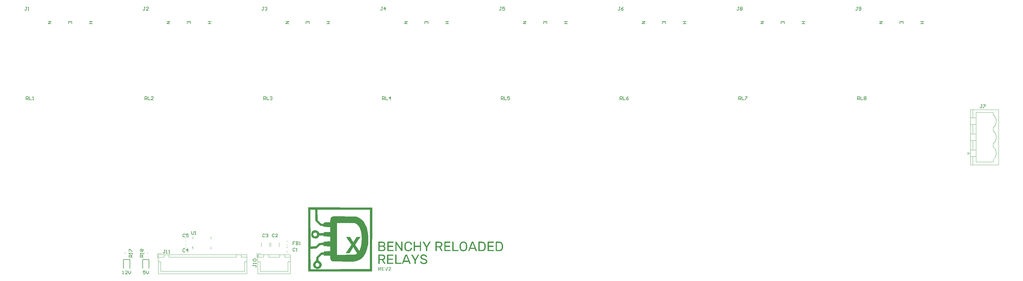
<source format=gto>
%FSLAX23Y23*%
%MOIN*%
%SFA1B1*%

%IPPOS*%
%ADD10C,0.004720*%
%ADD11C,0.006000*%
%ADD12C,0.007090*%
%ADD13C,0.007870*%
%LNbenchy-relays-pcb-1*%
%LPD*%
G36*
X4886Y1028D02*
X4885Y242D01*
X4099Y243*
Y985*
Y988*
X4101Y1029*
X4886Y1028*
G37*
G36*
X5077Y298D02*
X5077Y298D01*
X5077Y298*
X5077Y297*
X5077Y297*
X5078Y297*
X5078Y296*
Y296*
Y296*
X5078Y296*
X5077Y296*
X5063Y254*
Y254*
X5063Y254*
X5063Y254*
X5063Y253*
X5062Y253*
X5062Y252*
X5062*
X5062Y252*
X5062Y252*
X5061Y252*
X5061Y252*
X5061Y252*
X5060Y252*
X5060Y252*
X5057*
X5057Y252*
X5056Y252*
X5056Y252*
X5055Y252*
X5054Y253*
X5054Y253*
X5054Y254*
X5054Y254*
X5039Y296*
Y296*
X5039Y296*
X5039Y296*
X5039Y296*
Y297*
Y297*
X5039Y297*
X5039Y297*
X5039Y298*
X5039Y298*
X5040Y298*
X5040Y298*
X5040Y298*
X5043*
X5044Y298*
X5044Y298*
X5044Y298*
X5045Y297*
X5045Y297*
X5045Y296*
X5058Y258*
X5071Y296*
X5071Y296*
X5071Y297*
X5071Y297*
X5072Y297*
X5072Y297*
X5072Y298*
X5073Y298*
X5074Y298*
X5076*
X5077Y298*
G37*
G36*
X5100Y299D02*
X5101D01*
X5101Y299*
X5101Y298*
X5102Y298*
X5103Y298*
X5105Y298*
X5106Y297*
X5107Y297*
X5107*
X5108Y297*
X5108Y297*
X5108Y296*
X5108Y296*
X5109Y295*
X5110Y295*
X5111Y294*
X5112Y293*
X5112Y292*
Y292*
X5112Y291*
X5113Y291*
X5113Y291*
X5113Y291*
X5113Y290*
X5113Y290*
X5114Y288*
X5114Y287*
X5114Y286*
X5114Y284*
Y284*
Y284*
Y284*
Y284*
X5114Y283*
Y283*
X5114Y282*
X5114Y281*
X5114Y280*
X5113Y278*
X5113Y277*
Y277*
X5113Y277*
X5113Y277*
X5112Y277*
X5112Y276*
X5112Y275*
X5111Y275*
X5110Y274*
X5109Y272*
X5108Y271*
X5093Y258*
X5113*
X5114Y257*
X5114Y257*
X5115Y257*
X5115Y257*
X5115Y257*
X5115Y256*
X5115Y256*
Y253*
Y253*
Y253*
X5115Y253*
X5115Y252*
X5115Y252*
X5114Y252*
X5114Y252*
X5114Y252*
X5113Y252*
X5085*
X5084Y252*
X5084Y252*
X5083Y252*
X5083Y252*
X5083Y252*
X5083Y253*
X5083Y253*
Y256*
Y256*
Y256*
X5083Y256*
X5083Y257*
X5083Y257*
X5083Y257*
X5084Y257*
X5084Y258*
X5084Y258*
X5104Y276*
X5104Y276*
X5104Y276*
X5105Y277*
X5105Y277*
X5106Y278*
X5106Y278*
X5107Y279*
X5107Y280*
X5107Y280*
X5107Y280*
X5107Y281*
X5107Y281*
X5108Y282*
X5108Y283*
X5108Y283*
X5108Y284*
Y284*
Y285*
Y285*
X5108Y285*
Y285*
X5108Y286*
X5108Y287*
X5107Y288*
X5107Y289*
X5106Y290*
X5106Y290*
X5106Y290*
X5105Y291*
X5105Y291*
X5104Y292*
X5103Y292*
X5102Y292*
X5101Y293*
X5099Y293*
X5099*
X5099Y293*
X5098*
X5098Y293*
X5097Y292*
X5096Y292*
X5095Y292*
X5094Y291*
X5093Y290*
X5093Y290*
X5093Y290*
X5092Y290*
X5092Y289*
X5091Y288*
X5091Y287*
X5090Y286*
X5090Y284*
Y284*
X5090Y284*
X5090Y284*
X5090Y284*
X5089Y283*
X5089Y283*
X5089Y283*
X5089Y283*
X5088Y283*
X5085*
X5085Y283*
X5084Y283*
X5084Y283*
X5084Y283*
X5084Y284*
X5084Y284*
X5084Y284*
Y284*
Y285*
Y285*
X5084Y285*
X5084Y285*
X5084Y286*
X5084Y287*
X5084Y287*
X5085Y289*
X5085Y290*
X5086Y291*
Y291*
X5086Y291*
X5086Y291*
X5086Y292*
X5086Y292*
X5087Y293*
X5088Y294*
X5089Y295*
X5090Y296*
X5091Y296*
X5091*
X5091Y297*
X5091Y297*
X5092Y297*
X5092Y297*
X5092Y297*
X5093Y297*
X5093Y298*
X5094Y298*
X5095Y298*
X5096Y298*
X5098Y299*
X5099Y299*
X5100*
X5100Y299*
G37*
G36*
X5032Y298D02*
X5032Y298D01*
X5033Y298*
X5033Y297*
X5033Y297*
X5033Y297*
X5033Y296*
Y296*
Y296*
Y294*
X5033Y293*
X5033Y293*
X5033Y293*
X5033Y293*
X5032Y292*
X5032Y292*
X5031Y292*
X5010*
Y278*
X5030*
X5030Y278*
X5031Y278*
X5031Y278*
X5031Y277*
X5031Y277*
X5032Y277*
X5032Y276*
Y276*
Y276*
Y274*
X5032Y273*
X5031Y273*
X5031Y273*
X5031Y273*
X5031Y272*
X5030Y272*
X5030Y272*
X5010*
Y258*
X5032*
X5032Y257*
X5033Y257*
X5033Y257*
X5033Y257*
X5033Y257*
X5034Y256*
X5034Y256*
Y256*
Y256*
Y253*
X5034Y253*
X5033Y252*
X5033Y252*
X5033Y252*
X5033Y252*
X5032Y252*
X5032Y252*
X5005*
X5005Y252*
X5004Y252*
X5004Y252*
X5004Y252*
X5004Y252*
X5003Y253*
X5003Y253*
Y253*
Y253*
Y296*
X5003Y297*
X5004Y297*
X5004Y297*
X5004Y297*
X5004Y298*
X5005Y298*
X5005Y298*
X5031*
X5032Y298*
G37*
G36*
X4979Y298D02*
X4980Y298D01*
X4980Y298*
X4981Y298*
X4982Y298*
X4984Y297*
X4985Y297*
X4986Y296*
X4987Y296*
X4988Y296*
X4989Y295*
X4989Y295*
X4990Y294*
X4990Y294*
X4990Y294*
X4990Y294*
X4990Y294*
X4991Y293*
X4991Y293*
X4992Y292*
X4992Y291*
X4993Y291*
X4993Y290*
X4993Y289*
X4994Y288*
X4994Y287*
X4994Y286*
X4994Y284*
Y284*
Y284*
Y284*
X4994Y283*
Y283*
X4994Y282*
X4994Y282*
X4994Y281*
X4993Y280*
X4993Y279*
X4992Y277*
X4992Y276*
X4991Y276*
X4991Y276*
X4991Y276*
X4991Y275*
X4991Y275*
X4991Y275*
X4990Y275*
X4990Y274*
X4989Y273*
X4987Y272*
X4986Y272*
X4984Y271*
X4994Y254*
X4994Y254*
X4995Y253*
X4995Y253*
X4995Y253*
Y253*
X4995Y253*
X4994Y252*
X4994Y252*
X4994Y252*
X4994Y252*
X4994Y252*
X4993Y252*
X4990*
X4990Y252*
X4990Y252*
X4989Y252*
X4989Y252*
X4988Y252*
X4988Y253*
X4987Y253*
X4978Y270*
X4966*
Y253*
Y253*
Y253*
X4966Y253*
X4966Y252*
X4966Y252*
X4966Y252*
X4966Y252*
X4965Y252*
X4965Y252*
X4962*
X4962Y252*
X4961Y252*
X4961Y252*
X4961Y252*
X4960Y252*
X4960Y253*
X4960Y253*
Y296*
Y296*
Y296*
X4960Y297*
X4960Y297*
X4961Y297*
X4961Y298*
X4961Y298*
X4961Y298*
X4962Y298*
X4979*
X4979Y298*
G37*
G36*
X5518Y453D02*
X5519D01*
X5520Y453*
X5522Y453*
X5523Y452*
X5527Y452*
X5531Y451*
X5534Y450*
X5538Y448*
X5538*
X5539Y448*
X5539Y447*
X5540Y447*
X5540Y447*
X5541Y446*
X5543Y445*
X5546Y443*
X5548Y441*
X5551Y439*
X5553Y436*
Y436*
X5553Y436*
X5553Y435*
X5553Y435*
X5554Y433*
X5555Y432*
X5556Y430*
X5557Y428*
X5558Y425*
X5558Y423*
Y423*
X5558Y422*
X5558Y421*
X5557Y420*
X5557Y420*
X5556Y420*
X5556Y419*
X5555Y419*
X5547*
X5547Y419*
X5546Y420*
X5545Y420*
X5545Y420*
X5544Y421*
X5543Y422*
X5543Y422*
X5543Y423*
X5542Y423*
X5542Y424*
X5541Y425*
X5540Y426*
X5539Y428*
X5538Y429*
X5536Y431*
X5533Y433*
X5533*
X5533Y433*
X5533Y433*
X5532Y434*
X5531Y434*
X5531Y435*
X5529Y436*
X5526Y436*
X5523Y437*
X5520Y438*
X5516Y438*
X5514*
X5513Y438*
X5512Y438*
X5510Y437*
X5507Y437*
X5505Y436*
X5502Y435*
X5499Y434*
X5499*
X5499Y433*
X5498Y433*
X5497Y432*
X5496Y430*
X5494Y428*
X5493Y426*
X5492Y424*
X5492Y422*
X5492Y421*
Y420*
Y420*
X5492Y419*
X5493Y417*
X5493Y416*
X5494Y414*
X5494Y413*
X5496Y412*
X5496Y411*
X5496Y411*
X5497Y410*
X5498Y409*
X5500Y409*
X5501Y407*
X5503Y406*
X5506Y405*
X5506*
X5506Y405*
X5507Y405*
X5507Y405*
X5508Y405*
X5509Y404*
X5510Y404*
X5511Y404*
X5512Y403*
X5514Y403*
X5516Y402*
X5518Y402*
X5520Y401*
X5522Y400*
X5524Y400*
X5527Y399*
X5527*
X5528Y399*
X5529Y399*
X5530Y398*
X5531Y398*
X5533Y397*
X5535Y396*
X5537Y396*
X5542Y394*
X5546Y392*
X5548Y391*
X5550Y390*
X5552Y388*
X5554Y387*
X5554Y387*
X5554Y387*
X5554Y386*
X5555Y386*
X5555Y385*
X5556Y384*
X5557Y383*
X5558Y382*
X5558Y380*
X5559Y379*
X5560Y377*
X5560Y376*
X5561Y374*
X5561Y372*
X5561Y370*
X5561Y367*
Y367*
Y367*
Y366*
X5561Y366*
Y365*
X5561Y364*
X5561Y361*
X5560Y358*
X5559Y356*
X5558Y353*
X5556Y350*
Y349*
X5556Y349*
X5555Y349*
X5555Y348*
X5554Y347*
X5552Y345*
X5550Y343*
X5547Y341*
X5544Y339*
X5540Y338*
X5540*
X5540Y338*
X5539Y337*
X5538Y337*
X5537Y337*
X5536Y336*
X5535Y336*
X5533Y336*
X5532Y335*
X5530Y335*
X5526Y334*
X5522Y334*
X5517Y333*
X5516*
X5515Y334*
X5514*
X5512Y334*
X5511Y334*
X5509Y334*
X5506Y335*
X5502Y335*
X5498Y336*
X5494Y338*
X5494*
X5494Y338*
X5493Y339*
X5493Y339*
X5492Y339*
X5491Y340*
X5489Y341*
X5486Y343*
X5483Y345*
X5481Y347*
X5478Y350*
Y350*
X5478Y350*
X5478Y351*
X5477Y351*
X5477Y353*
X5475Y354*
X5474Y357*
X5473Y359*
X5473Y362*
X5472Y364*
Y364*
Y364*
X5472Y365*
X5473Y366*
X5473Y367*
X5473Y367*
X5474Y367*
X5475Y368*
X5476Y368*
X5483*
X5484Y368*
X5485Y368*
X5486Y367*
X5486Y367*
X5486Y367*
X5487Y366*
X5488Y365*
X5488Y364*
X5488Y364*
X5488Y363*
X5489Y362*
X5490Y361*
X5491Y359*
X5493Y357*
X5495Y355*
X5498Y353*
X5498*
X5498Y353*
X5498Y353*
X5499Y352*
X5500Y352*
X5501Y352*
X5502Y351*
X5503Y351*
X5504Y350*
X5505Y350*
X5509Y349*
X5513Y349*
X5517Y348*
X5518*
X5519Y349*
X5520*
X5521Y349*
X5522Y349*
X5524Y349*
X5527Y350*
X5531Y351*
X5534Y352*
X5537Y354*
X5537*
X5538Y354*
X5538Y354*
X5539Y355*
X5540Y356*
X5542Y357*
X5543Y359*
X5544Y361*
X5545Y363*
X5545Y364*
X5546Y366*
X5546Y367*
Y368*
Y368*
X5545Y369*
X5545Y370*
X5545Y372*
X5544Y373*
X5543Y375*
X5541Y376*
X5541Y377*
X5540Y377*
X5539Y378*
X5538Y379*
X5536Y380*
X5534Y381*
X5532Y382*
X5529Y383*
X5529*
X5529Y383*
X5528Y383*
X5528Y383*
X5527Y383*
X5526Y384*
X5525Y384*
X5524Y385*
X5522Y385*
X5520Y386*
X5519Y386*
X5517Y387*
X5514Y387*
X5512Y388*
X5510Y389*
X5507Y389*
X5507*
X5506Y389*
X5505Y390*
X5504Y390*
X5503Y390*
X5501Y391*
X5500Y392*
X5498Y392*
X5494Y394*
X5490Y396*
X5487Y398*
X5485Y400*
X5484Y401*
X5483Y401*
X5483Y402*
X5483Y402*
X5482Y403*
X5482Y403*
X5481Y404*
X5481Y405*
X5480Y407*
X5479Y409*
X5478Y413*
X5477Y416*
X5477Y418*
X5476Y421*
Y421*
Y421*
Y422*
X5477Y422*
Y423*
X5477Y424*
X5477Y426*
X5478Y428*
X5478Y431*
X5479Y434*
X5481Y437*
Y437*
X5481Y437*
X5482Y437*
X5482Y438*
X5483Y439*
X5484Y441*
X5486Y443*
X5488Y445*
X5491Y447*
X5494Y448*
X5494*
X5495Y449*
X5495Y449*
X5496Y449*
X5497Y450*
X5498Y450*
X5499Y450*
X5501Y451*
X5502Y451*
X5504Y452*
X5507Y452*
X5511Y453*
X5516Y453*
X5517*
X5518Y453*
G37*
G36*
X5458Y451D02*
X5459Y451D01*
X5460Y450*
X5460Y450*
X5460Y450*
X5461Y449*
X5461Y448*
Y447*
X5461Y447*
X5461Y446*
X5460Y445*
X5421Y378*
Y339*
Y339*
Y339*
X5420Y338*
X5420Y337*
X5419Y336*
X5419Y336*
X5418Y336*
X5417Y335*
X5416Y335*
X5409*
X5408Y335*
X5407Y336*
X5406Y336*
X5406Y337*
X5405Y337*
X5405Y338*
X5405Y339*
Y378*
X5365Y445*
Y445*
X5365Y446*
X5365Y446*
X5364Y447*
X5364Y448*
Y448*
Y448*
X5364Y449*
X5365Y449*
X5365Y450*
X5365Y450*
X5366Y451*
X5367Y451*
X5368Y451*
X5376*
X5377Y451*
X5378Y451*
X5379Y451*
X5379Y450*
X5380Y450*
X5380Y449*
X5381Y448*
X5382Y447*
X5413Y394*
X5443Y447*
Y447*
X5444Y447*
X5444Y448*
X5445Y449*
X5446Y450*
X5446Y450*
X5446Y451*
X5447Y451*
X5447Y451*
X5448Y451*
X5449Y451*
X5458*
X5458Y451*
G37*
G36*
X5309D02*
X5310Y451D01*
X5311Y451*
X5312Y450*
X5313Y449*
X5314Y448*
X5315Y446*
X5356Y341*
X5356Y341*
X5356Y340*
X5356Y339*
X5356Y339*
Y338*
X5356Y338*
X5356Y337*
X5355Y336*
X5355Y336*
X5355Y336*
X5354Y335*
X5353Y335*
X5346*
X5346Y335*
X5345Y335*
X5344Y336*
X5343Y336*
X5342Y337*
X5341Y338*
X5340Y339*
X5332Y361*
X5274*
X5265Y339*
X5265Y339*
X5265Y339*
X5265Y338*
X5264Y337*
X5263Y336*
X5262Y336*
X5260Y335*
X5259Y335*
X5252*
X5252Y335*
X5251Y336*
X5250Y336*
X5250Y336*
X5250Y337*
X5249Y338*
X5249Y339*
Y339*
X5249Y339*
X5249Y340*
X5250Y341*
X5290Y446*
X5290Y446*
X5291Y447*
X5291Y448*
X5292Y449*
X5293Y450*
X5294Y450*
X5296Y451*
X5298Y451*
X5308*
X5309Y451*
G37*
G36*
X5179D02*
X5180Y451D01*
X5181Y450*
X5181Y450*
X5182Y449*
X5182Y448*
X5182Y447*
Y350*
X5239*
X5240Y350*
X5241Y349*
X5242Y349*
X5242Y348*
X5242Y348*
X5243Y347*
X5243Y345*
Y339*
Y339*
Y339*
X5243Y338*
X5243Y337*
X5242Y336*
X5241Y336*
X5241Y336*
X5240Y335*
X5239Y335*
X5171*
X5170Y335*
X5169Y336*
X5168Y336*
X5168Y337*
X5167Y337*
X5167Y338*
X5167Y339*
Y447*
Y447*
Y447*
X5167Y448*
X5167Y449*
X5168Y450*
X5168Y450*
X5169Y451*
X5170Y451*
X5171Y451*
X5178*
X5179Y451*
G37*
G36*
X5140Y451D02*
X5141Y451D01*
X5141Y450*
X5142Y450*
X5142Y449*
X5143Y448*
X5143Y447*
Y447*
Y447*
Y441*
X5143Y440*
X5142Y439*
X5142Y438*
X5142Y438*
X5141Y437*
X5140Y437*
X5139Y436*
X5084*
Y401*
X5135*
X5136Y401*
X5137Y401*
X5138Y400*
X5138Y400*
X5139Y399*
X5139Y398*
X5139Y397*
Y397*
Y397*
Y391*
X5139Y390*
X5139Y389*
X5138Y388*
X5138Y388*
X5137Y387*
X5136Y387*
X5135Y386*
X5084*
Y350*
X5140*
X5141Y350*
X5142Y349*
X5143Y349*
X5143Y349*
X5144Y348*
X5144Y347*
X5144Y346*
Y346*
Y345*
Y339*
X5144Y338*
X5144Y337*
X5143Y337*
X5143Y336*
X5142Y336*
X5141Y335*
X5140Y335*
X5073*
X5071Y335*
X5070Y336*
X5070Y336*
X5069Y336*
X5069Y337*
X5068Y338*
X5068Y339*
Y339*
Y339*
Y447*
X5068Y448*
X5069Y449*
X5069Y450*
X5069Y450*
X5071Y451*
X5072Y451*
X5073Y451*
X5139*
X5140Y451*
G37*
G36*
X5008Y451D02*
X5009Y451D01*
X5011Y451*
X5013Y451*
X5015Y450*
X5019Y449*
X5022Y449*
X5024Y448*
X5027Y447*
X5029Y446*
X5031Y444*
X5034Y443*
X5034Y443*
X5034Y442*
X5035Y442*
X5035Y441*
X5036Y440*
X5037Y439*
X5038Y438*
X5039Y436*
X5040Y435*
X5041Y433*
X5042Y431*
X5043Y428*
X5044Y426*
X5044Y423*
X5045Y420*
X5045Y417*
Y417*
Y416*
Y416*
X5045Y415*
Y414*
X5045Y412*
X5044Y411*
X5044Y409*
X5043Y406*
X5042Y403*
X5041Y399*
X5039Y397*
X5038Y396*
X5038Y396*
X5038Y395*
X5038Y395*
X5037Y394*
X5037Y394*
X5036Y393*
X5034Y391*
X5031Y389*
X5028Y387*
X5025Y386*
X5021Y384*
X5046Y341*
X5046Y340*
X5046Y340*
X5046Y339*
X5047Y339*
Y338*
X5046Y338*
X5046Y337*
X5045Y336*
X5045Y336*
X5045Y336*
X5044Y335*
X5043Y335*
X5036*
X5035Y335*
X5034Y335*
X5033Y336*
X5032Y336*
X5031Y337*
X5030Y338*
X5029Y339*
X5004Y382*
X4976*
Y339*
Y339*
Y339*
X4976Y338*
X4975Y337*
X4974Y336*
X4974Y336*
X4974Y336*
X4973Y335*
X4971Y335*
X4964*
X4964Y335*
X4962Y336*
X4961Y336*
X4961Y337*
X4961Y337*
X4960Y338*
X4960Y339*
Y447*
Y447*
Y447*
X4960Y448*
X4961Y449*
X4961Y450*
X4962Y450*
X4962Y451*
X4963Y451*
X4965Y451*
X5006*
X5008Y451*
G37*
G36*
X5330Y610D02*
X5331D01*
X5333Y610*
X5334Y610*
X5336Y610*
X5340Y609*
X5344Y608*
X5349Y606*
X5351Y606*
X5353Y604*
X5353*
X5353Y604*
X5354Y604*
X5355Y603*
X5355Y603*
X5356Y602*
X5359Y600*
X5361Y598*
X5364Y596*
X5366Y593*
X5368Y590*
Y590*
X5368Y589*
X5369Y589*
X5369Y588*
X5369Y587*
X5370Y587*
X5371Y584*
X5372Y582*
X5373Y579*
X5373Y576*
X5374Y573*
Y573*
X5373Y572*
X5373Y571*
X5372Y570*
X5372Y570*
X5372Y570*
X5371Y569*
X5370Y569*
X5362*
X5361Y569*
X5361Y570*
X5359Y570*
X5359Y570*
X5359Y571*
X5358Y572*
X5358Y573*
Y573*
X5358Y573*
X5358Y574*
X5358Y575*
X5357Y575*
X5357Y576*
X5356Y579*
X5355Y581*
X5353Y584*
X5351Y587*
X5349Y589*
X5349Y589*
X5348Y589*
X5348Y590*
X5347Y590*
X5347Y591*
X5346Y591*
X5345Y592*
X5343Y592*
X5342Y593*
X5340Y593*
X5339Y594*
X5337Y595*
X5334Y595*
X5332Y595*
X5330Y596*
X5326*
X5325Y595*
X5323Y595*
X5322Y595*
X5320Y595*
X5319Y594*
X5315Y593*
X5313Y593*
X5311Y592*
X5310Y591*
X5308Y590*
X5306Y589*
X5304Y587*
X5304Y587*
X5304Y587*
X5304Y586*
X5303Y586*
X5303Y585*
X5302Y584*
X5301Y583*
X5300Y581*
X5300Y580*
X5299Y578*
X5298Y576*
X5298Y574*
X5297Y572*
X5297Y570*
X5296Y567*
X5296Y565*
Y564*
Y564*
Y563*
Y561*
X5296Y559*
Y557*
Y554*
Y551*
Y551*
Y550*
Y550*
Y549*
Y548*
Y546*
Y543*
Y541*
X5296Y539*
Y537*
Y537*
Y536*
X5296Y535*
Y534*
X5296Y533*
X5297Y532*
X5297Y530*
X5297Y529*
X5298Y525*
X5299Y523*
X5300Y521*
X5301Y519*
X5302Y518*
X5303Y516*
X5304Y514*
X5305Y514*
X5305Y514*
X5305Y513*
X5306Y513*
X5307Y512*
X5308Y512*
X5309Y511*
X5310Y510*
X5312Y509*
X5314Y508*
X5315Y508*
X5317Y507*
X5320Y507*
X5322Y506*
X5324Y506*
X5327Y506*
X5328*
X5329Y506*
X5331*
X5332Y506*
X5334Y506*
X5335Y507*
X5339Y507*
X5342Y508*
X5346Y510*
X5347Y511*
X5349Y512*
X5349Y512*
X5349Y512*
X5349Y513*
X5350Y513*
X5351Y515*
X5352Y517*
X5354Y519*
X5355Y522*
X5357Y525*
X5358Y528*
Y529*
Y529*
X5358Y529*
X5359Y530*
X5359Y531*
X5360Y531*
X5360Y532*
X5361Y532*
X5362Y532*
X5370*
X5371Y532*
X5372Y532*
X5372Y531*
X5373Y531*
X5373Y530*
X5373Y529*
X5374Y528*
Y528*
Y528*
Y528*
X5373Y527*
X5373Y526*
X5373Y525*
X5373Y523*
X5372Y521*
X5371Y518*
X5370Y515*
X5368Y511*
Y511*
X5368Y511*
X5368Y511*
X5367Y510*
X5366Y508*
X5364Y506*
X5362Y504*
X5360Y502*
X5357Y499*
X5353Y497*
X5353*
X5352Y497*
X5352Y496*
X5351Y496*
X5350Y495*
X5349Y495*
X5347Y495*
X5346Y494*
X5344Y493*
X5342Y493*
X5340Y492*
X5338Y492*
X5335Y491*
X5333Y491*
X5330Y491*
X5327Y491*
X5326*
X5325Y491*
X5323*
X5322Y491*
X5320Y491*
X5319Y492*
X5315Y492*
X5311Y493*
X5307Y495*
X5303Y497*
X5302Y497*
X5302Y497*
X5302Y497*
X5301Y498*
X5300Y498*
X5299Y499*
X5297Y501*
X5294Y503*
X5291Y506*
X5289Y509*
X5286Y513*
Y513*
X5286Y513*
X5286Y514*
X5285Y514*
X5285Y515*
X5285Y517*
X5284Y518*
X5284Y519*
X5283Y521*
X5282Y523*
X5281Y527*
X5281Y531*
X5280Y536*
Y536*
Y537*
Y538*
Y540*
X5280Y542*
Y544*
Y547*
Y551*
Y551*
Y551*
Y552*
Y552*
Y553*
Y554*
Y556*
Y559*
Y561*
X5280Y563*
Y565*
Y566*
Y566*
X5280Y567*
Y568*
X5280Y569*
X5281Y570*
X5281Y572*
X5281Y573*
X5282Y577*
X5283Y581*
X5285Y585*
X5286Y589*
X5287Y589*
X5287Y589*
X5287Y590*
X5288Y590*
X5288Y591*
X5289Y592*
X5291Y594*
X5293Y597*
X5296Y600*
X5299Y602*
X5303Y605*
X5303Y605*
X5303Y605*
X5304Y605*
X5304Y606*
X5305Y606*
X5307Y606*
X5308Y607*
X5310Y608*
X5311Y608*
X5313Y609*
X5315Y609*
X5317Y609*
X5322Y610*
X5324Y610*
X5329*
X5330Y610*
G37*
G36*
X5482Y609D02*
X5483Y608D01*
X5484Y607*
X5484Y607*
X5485Y607*
X5485Y606*
X5485Y604*
Y497*
Y497*
Y497*
X5485Y496*
X5485Y495*
X5484Y494*
X5484Y494*
X5483Y493*
X5482Y493*
X5481Y493*
X5474*
X5473Y493*
X5472Y493*
X5471Y494*
X5471Y494*
X5470Y495*
X5470Y496*
X5470Y497*
Y544*
X5411*
Y497*
Y497*
Y497*
X5411Y496*
X5411Y495*
X5410Y494*
X5409Y494*
X5409Y493*
X5408Y493*
X5407Y493*
X5400*
X5399Y493*
X5398Y493*
X5397Y494*
X5396Y494*
X5396Y495*
X5396Y496*
X5395Y497*
Y604*
Y604*
Y605*
X5396Y605*
X5396Y606*
X5397Y607*
X5397Y608*
X5398Y608*
X5399Y609*
X5400Y609*
X5407*
X5408Y609*
X5409Y608*
X5410Y607*
X5410Y607*
X5410Y607*
X5411Y606*
X5411Y604*
Y559*
X5470*
Y604*
Y604*
Y605*
X5470Y605*
X5470Y606*
X5471Y607*
X5471Y608*
X5472Y608*
X5473Y609*
X5474Y609*
X5481*
X5482Y609*
G37*
G36*
X5599D02*
X5600Y608D01*
X5600Y608*
X5601Y608*
X5601Y607*
X5601Y606*
X5602Y605*
Y605*
X5601Y605*
X5601Y604*
X5601Y603*
X5561Y536*
Y497*
Y497*
Y497*
X5561Y496*
X5561Y495*
X5560Y494*
X5559Y494*
X5559Y493*
X5558Y493*
X5557Y493*
X5549*
X5549Y493*
X5548Y493*
X5547Y494*
X5546Y494*
X5546Y495*
X5545Y496*
X5545Y497*
Y536*
X5506Y603*
Y603*
X5505Y603*
X5505Y604*
X5505Y604*
X5505Y605*
Y605*
Y605*
X5505Y606*
X5505Y607*
X5506Y608*
X5506Y608*
X5507Y608*
X5507Y609*
X5508Y609*
X5517*
X5517Y609*
X5519Y608*
X5519Y608*
X5520Y608*
X5520Y608*
X5521Y607*
X5522Y606*
X5523Y605*
X5553Y552*
X5584Y605*
Y605*
X5584Y605*
X5585Y606*
X5585Y607*
X5586Y608*
X5587Y608*
X5587Y608*
X5587Y608*
X5588Y609*
X5589Y609*
X5590Y609*
X5598*
X5599Y609*
G37*
G36*
X5253D02*
X5254Y608D01*
X5255Y607*
X5255Y607*
X5255Y607*
X5256Y606*
X5256Y604*
Y497*
Y497*
Y497*
X5256Y496*
X5255Y495*
X5255Y494*
X5254Y494*
X5254Y493*
X5253Y493*
X5251Y493*
X5245*
X5245Y493*
X5244*
X5243Y493*
X5242Y494*
X5242Y494*
X5241Y495*
X5240Y496*
X5239Y498*
X5185Y579*
Y497*
Y497*
Y497*
X5185Y496*
X5184Y495*
X5184Y494*
X5183Y494*
X5183Y493*
X5182Y493*
X5181Y493*
X5174*
X5173Y493*
X5172Y493*
X5171Y494*
X5170Y494*
X5170Y495*
X5169Y496*
X5169Y497*
Y604*
Y604*
Y605*
X5169Y605*
X5170Y606*
X5171Y607*
X5171Y608*
X5171Y608*
X5172Y609*
X5174Y609*
X5180*
X5181Y609*
X5182Y608*
X5183Y607*
X5183*
X5184Y607*
X5184Y606*
X5185Y605*
X5186Y604*
X5240Y523*
Y604*
Y604*
Y605*
X5240Y605*
X5241Y606*
X5241Y607*
X5242Y608*
X5242Y608*
X5243Y609*
X5245Y609*
X5252*
X5253Y609*
G37*
G36*
X6444D02*
X6445D01*
X6446Y609*
X6448Y608*
X6450Y608*
X6454Y607*
X6458Y606*
X6462Y605*
X6466Y603*
X6466*
X6467Y603*
X6467Y603*
X6468Y602*
X6469Y602*
X6470Y601*
X6472Y599*
X6475Y597*
X6478Y594*
X6481Y591*
X6483Y588*
X6483Y588*
X6483Y587*
X6484Y587*
X6484Y586*
X6484Y585*
X6485Y584*
X6485Y582*
X6486Y581*
X6487Y579*
X6487Y577*
X6488Y575*
X6488Y573*
X6489Y569*
X6489Y566*
X6489Y564*
Y564*
Y563*
Y562*
X6489Y560*
Y558*
Y556*
Y554*
Y551*
Y551*
Y550*
Y550*
Y549*
Y548*
Y546*
Y544*
Y542*
X6489Y539*
Y538*
Y537*
Y537*
Y536*
X6489Y535*
X6489Y534*
X6489Y533*
X6489Y531*
X6488Y529*
X6488Y526*
X6487Y522*
X6485Y517*
X6484Y515*
X6483Y514*
Y513*
X6483Y513*
X6482Y513*
X6482Y512*
X6481Y511*
X6481Y510*
X6479Y508*
X6476Y505*
X6474Y503*
X6470Y500*
X6467Y498*
X6466*
X6466Y498*
X6465Y497*
X6465Y497*
X6464Y497*
X6463Y496*
X6461Y496*
X6460Y495*
X6458Y495*
X6456Y494*
X6454Y494*
X6452Y493*
X6447Y493*
X6443Y493*
X6403*
X6402Y493*
X6401Y493*
X6400Y494*
X6400Y494*
X6400Y495*
X6399Y496*
X6399Y497*
Y604*
Y604*
Y605*
X6399Y605*
X6400Y606*
X6400Y607*
X6401Y608*
X6401Y608*
X6402Y609*
X6404Y609*
X6443*
X6444Y609*
G37*
G36*
X6372Y609D02*
X6373Y608D01*
X6374Y608*
X6374Y607*
X6375Y606*
X6375Y605*
X6376Y605*
Y604*
Y604*
Y598*
X6375Y597*
X6375Y596*
X6374Y595*
X6374Y595*
X6373Y594*
X6372Y594*
X6371Y594*
X6316*
Y559*
X6367*
X6369Y558*
X6370Y558*
X6370Y558*
X6370Y557*
X6371Y556*
X6372Y555*
X6372Y555*
Y554*
Y554*
Y548*
X6372Y547*
X6371Y546*
X6371Y545*
X6370Y545*
X6370Y544*
X6368Y544*
X6368Y544*
X6316*
Y507*
X6372*
X6374Y507*
X6375Y507*
X6375Y506*
X6375Y506*
X6376Y505*
X6377Y504*
X6377Y503*
Y503*
Y503*
Y497*
X6376Y496*
X6376Y495*
X6376Y494*
X6375Y494*
X6374Y493*
X6373Y493*
X6373Y493*
X6305*
X6304Y493*
X6303Y493*
X6302Y494*
X6302Y494*
X6301Y495*
X6301Y496*
X6301Y497*
Y497*
Y497*
Y604*
X6301Y606*
X6301Y607*
X6302Y607*
X6302Y607*
X6303Y608*
X6304Y609*
X6305Y609*
X6371*
X6372Y609*
G37*
G36*
X6231Y609D02*
X6233D01*
X6234Y609*
X6236Y608*
X6237Y608*
X6241Y607*
X6245Y606*
X6249Y605*
X6253Y603*
X6254*
X6254Y603*
X6255Y603*
X6255Y602*
X6256Y602*
X6257Y601*
X6260Y599*
X6262Y597*
X6265Y594*
X6268Y591*
X6270Y588*
X6271Y588*
X6271Y587*
X6271Y587*
X6271Y586*
X6272Y585*
X6272Y584*
X6273Y582*
X6274Y581*
X6274Y579*
X6275Y577*
X6275Y575*
X6276Y573*
X6276Y569*
X6277Y566*
X6277Y564*
Y564*
Y563*
Y562*
X6277Y560*
Y558*
Y556*
Y554*
Y551*
Y551*
Y550*
Y550*
Y549*
Y548*
Y546*
Y544*
Y542*
X6277Y539*
Y538*
Y537*
Y537*
Y536*
X6277Y535*
X6276Y534*
X6276Y533*
X6276Y531*
X6276Y529*
X6275Y526*
X6274Y522*
X6273Y517*
X6272Y515*
X6271Y514*
Y513*
X6270Y513*
X6270Y513*
X6269Y512*
X6269Y511*
X6268Y510*
X6266Y508*
X6264Y505*
X6261Y503*
X6258Y500*
X6254Y498*
X6254*
X6254Y498*
X6253Y497*
X6252Y497*
X6251Y497*
X6250Y496*
X6249Y496*
X6247Y495*
X6245Y495*
X6244Y494*
X6242Y494*
X6240Y493*
X6235Y493*
X6230Y493*
X6191*
X6190Y493*
X6189Y493*
X6188Y494*
X6188Y494*
X6187Y495*
X6187Y496*
X6186Y497*
Y604*
Y604*
Y605*
X6187Y605*
X6187Y606*
X6188Y607*
X6188Y608*
X6189Y608*
X6190Y609*
X6191Y609*
X6230*
X6231Y609*
G37*
G36*
X6122D02*
X6122Y609D01*
X6124Y608*
X6125Y607*
X6126Y606*
X6127Y605*
X6128Y603*
X6169Y498*
X6169Y498*
X6169Y498*
X6169Y497*
X6169Y496*
Y496*
X6169Y495*
X6169Y494*
X6168Y494*
X6168Y493*
X6168Y493*
X6167Y493*
X6166Y493*
X6159*
X6159Y493*
X6158Y493*
X6157Y493*
X6156Y494*
X6155Y494*
X6154Y495*
X6153Y497*
X6145Y519*
X6087*
X6078Y497*
X6078Y497*
X6078Y496*
X6078Y495*
X6077Y495*
X6076Y494*
X6075Y493*
X6073Y493*
X6072Y493*
X6065*
X6065Y493*
X6064Y493*
X6063Y494*
X6063Y494*
X6062Y494*
X6062Y495*
X6062Y496*
Y496*
X6062Y497*
X6062Y498*
X6063Y498*
X6103Y603*
X6103Y604*
X6104Y604*
X6104Y605*
X6105Y606*
X6106Y607*
X6107Y608*
X6109Y609*
X6111Y609*
X6121*
X6122Y609*
G37*
G36*
X5880D02*
X5881Y608D01*
X5882Y607*
X5882Y607*
X5883Y607*
X5883Y606*
X5884Y604*
Y507*
X5940*
X5941Y507*
X5942Y507*
X5943Y506*
X5943Y506*
X5944Y505*
X5944Y504*
X5944Y503*
Y497*
Y497*
Y497*
X5944Y496*
X5944Y495*
X5943Y494*
X5943Y494*
X5942Y493*
X5941Y493*
X5940Y493*
X5872*
X5871Y493*
X5870Y493*
X5869Y494*
X5869Y494*
X5869Y495*
X5868Y496*
X5868Y497*
Y604*
Y604*
Y605*
X5868Y605*
X5868Y606*
X5869Y607*
X5869Y608*
X5870Y608*
X5871Y609*
X5872Y609*
X5879*
X5880Y609*
G37*
G36*
X5841Y609D02*
X5842Y608D01*
X5843Y608*
X5843Y607*
X5844Y606*
X5844Y605*
X5844Y605*
Y604*
Y604*
Y598*
X5844Y597*
X5844Y596*
X5843Y595*
X5843Y595*
X5842Y594*
X5841Y594*
X5840Y594*
X5785*
Y559*
X5836*
X5837Y558*
X5838Y558*
X5839Y558*
X5839Y557*
X5840Y556*
X5840Y555*
X5841Y555*
Y554*
Y554*
Y548*
X5840Y547*
X5840Y546*
X5840Y545*
X5839Y545*
X5838Y544*
X5837Y544*
X5836Y544*
X5785*
Y507*
X5841*
X5842Y507*
X5843Y507*
X5844Y506*
X5844Y506*
X5845Y505*
X5845Y504*
X5846Y503*
Y503*
Y503*
Y497*
X5845Y496*
X5845Y495*
X5844Y494*
X5844Y494*
X5843Y493*
X5842Y493*
X5841Y493*
X5774*
X5773Y493*
X5772Y493*
X5771Y494*
X5771Y494*
X5770Y495*
X5770Y496*
X5770Y497*
Y497*
Y497*
Y604*
X5770Y606*
X5770Y607*
X5771Y607*
X5771Y607*
X5772Y608*
X5773Y609*
X5774Y609*
X5840*
X5841Y609*
G37*
G36*
X5709Y609D02*
X5710Y609D01*
X5712Y608*
X5714Y608*
X5716Y608*
X5721Y607*
X5723Y606*
X5726Y605*
X5728Y604*
X5730Y603*
X5733Y602*
X5735Y600*
X5735Y600*
X5735Y600*
X5736Y599*
X5737Y599*
X5737Y598*
X5738Y597*
X5739Y595*
X5741Y594*
X5742Y592*
X5743Y590*
X5744Y588*
X5744Y586*
X5745Y583*
X5746Y580*
X5746Y578*
X5746Y574*
Y574*
Y574*
Y573*
X5746Y572*
Y571*
X5746Y570*
X5746Y568*
X5745Y567*
X5745Y564*
X5743Y560*
X5742Y557*
X5741Y555*
X5740Y553*
X5739Y553*
X5739Y553*
X5739Y552*
X5738Y552*
X5738Y551*
X5737Y551*
X5735Y549*
X5732Y547*
X5730Y545*
X5726Y543*
X5722Y542*
X5747Y498*
X5747Y498*
X5748Y497*
X5748Y497*
X5748Y496*
Y496*
X5748Y495*
X5747Y494*
X5747Y494*
X5747Y493*
X5746Y493*
X5745Y493*
X5744Y493*
X5737*
X5736Y493*
X5735Y493*
X5734Y493*
X5733Y494*
X5732Y495*
X5731Y495*
X5730Y497*
X5706Y539*
X5677*
Y497*
Y497*
Y497*
X5677Y496*
X5677Y495*
X5676Y494*
X5675Y494*
X5675Y493*
X5674Y493*
X5673Y493*
X5666*
X5665Y493*
X5664Y493*
X5663Y494*
X5662Y494*
X5662Y495*
X5662Y496*
X5661Y497*
Y604*
Y604*
Y605*
X5662Y605*
X5662Y606*
X5663Y607*
X5663Y608*
X5664Y608*
X5665Y609*
X5666Y609*
X5708*
X5709Y609*
G37*
G36*
X5142Y609D02*
X5143Y608D01*
X5144Y608*
X5144Y607*
X5145Y606*
X5146Y605*
X5146Y605*
Y604*
Y604*
Y598*
X5146Y597*
X5145Y596*
X5145Y595*
X5144Y595*
X5143Y594*
X5142Y594*
X5142Y594*
X5087*
Y559*
X5138*
X5139Y558*
X5140Y558*
X5140Y558*
X5141Y557*
X5142Y556*
X5142Y555*
X5142Y555*
Y554*
Y554*
Y548*
X5142Y547*
X5141Y546*
X5141Y545*
X5141Y545*
X5140Y544*
X5139Y544*
X5138Y544*
X5087*
Y507*
X5143*
X5144Y507*
X5145Y507*
X5145Y506*
X5146Y506*
X5146Y505*
X5147Y504*
X5147Y503*
Y503*
Y503*
Y497*
X5147Y496*
X5146Y495*
X5146Y494*
X5146Y494*
X5145Y493*
X5144Y493*
X5143Y493*
X5076*
X5074Y493*
X5073Y493*
X5073Y494*
X5072Y494*
X5072Y495*
X5071Y496*
X5071Y497*
Y497*
Y497*
Y604*
X5071Y606*
X5072Y607*
X5072Y607*
X5072Y607*
X5073Y608*
X5074Y609*
X5075Y609*
X5141*
X5142Y609*
G37*
G36*
X5011Y609D02*
X5012D01*
X5014Y609*
X5015Y608*
X5017Y608*
X5020Y608*
X5024Y607*
X5027Y605*
X5030Y604*
X5030*
X5031Y603*
X5031Y603*
X5032Y603*
X5033Y602*
X5035Y600*
X5037Y599*
X5039Y596*
X5041Y594*
X5042Y591*
Y591*
X5042Y591*
X5042Y591*
X5043Y590*
X5043Y589*
X5044Y587*
X5044Y585*
X5045Y583*
X5045Y580*
X5046Y578*
Y577*
Y577*
Y577*
Y576*
X5045Y575*
X5045Y574*
X5045Y572*
X5044Y570*
X5044Y567*
X5043Y565*
X5041Y563*
X5041Y562*
X5040Y562*
X5039Y561*
X5038Y559*
X5037Y558*
X5035Y557*
X5034Y555*
X5032Y554*
X5032*
X5032Y554*
X5033Y553*
X5035Y552*
X5036Y551*
X5038Y549*
X5040Y547*
X5042Y545*
X5044Y542*
Y542*
X5044Y542*
X5044Y542*
X5044Y541*
X5045Y539*
X5046Y538*
X5047Y535*
X5047Y533*
X5048Y529*
X5048Y526*
Y526*
Y526*
Y525*
Y525*
X5048Y524*
X5048Y523*
X5047Y521*
X5047Y518*
X5046Y516*
X5045Y513*
X5044Y510*
Y510*
X5044Y510*
X5043Y509*
X5043Y509*
X5042Y507*
X5041Y505*
X5039Y503*
X5037Y501*
X5034Y499*
X5031Y497*
X5031*
X5031Y497*
X5030Y497*
X5030Y497*
X5029Y496*
X5028Y496*
X5027Y495*
X5026Y495*
X5023Y494*
X5019Y493*
X5015Y493*
X5011Y493*
X4964*
X4964Y493*
X4962Y493*
X4961Y494*
X4961Y494*
X4961Y495*
X4960Y496*
X4960Y497*
Y604*
Y604*
Y605*
X4960Y605*
X4961Y606*
X4961Y607*
X4962Y608*
X4962Y608*
X4963Y609*
X4965Y609*
X5010*
X5011Y609*
G37*
G36*
X6006Y610D02*
X6007D01*
X6008Y610*
X6010Y610*
X6012Y610*
X6016Y609*
X6020Y608*
X6024Y606*
X6026Y606*
X6028Y604*
X6028*
X6028Y604*
X6029Y604*
X6030Y603*
X6030Y603*
X6031Y602*
X6034Y600*
X6036Y598*
X6039Y595*
X6041Y592*
X6043Y588*
Y588*
X6044Y588*
X6044Y587*
X6044Y587*
X6045Y586*
X6045Y584*
X6046Y583*
X6046Y582*
X6047Y580*
X6047Y578*
X6048Y574*
X6049Y570*
X6049Y565*
Y565*
Y565*
Y564*
X6049Y564*
Y563*
Y562*
X6049Y560*
Y558*
X6050Y555*
Y553*
Y551*
Y550*
Y550*
Y549*
Y547*
X6049Y545*
Y542*
X6049Y539*
X6049Y536*
Y536*
Y535*
X6049Y535*
Y534*
X6049Y533*
X6049Y531*
X6049Y530*
X6048Y528*
X6048Y525*
X6046Y521*
X6045Y517*
X6043Y513*
Y513*
X6043Y513*
X6043Y512*
X6042Y511*
X6042Y510*
X6041Y509*
X6039Y507*
X6037Y505*
X6034Y502*
X6031Y499*
X6028Y497*
X6027*
X6027Y497*
X6027Y496*
X6026Y496*
X6025Y495*
X6024Y495*
X6022Y495*
X6021Y494*
X6019Y493*
X6017Y493*
X6015Y492*
X6013Y492*
X6008Y491*
X6006Y491*
X6003Y491*
X6002*
X6001Y491*
X6000*
X5998Y491*
X5997Y491*
X5995Y492*
X5991Y492*
X5987Y493*
X5983Y495*
X5981Y496*
X5979Y497*
X5979Y497*
X5979Y497*
X5978Y498*
X5977Y498*
X5976Y498*
X5976Y499*
X5973Y501*
X5971Y503*
X5968Y506*
X5966Y509*
X5963Y513*
Y513*
X5963Y513*
X5963Y514*
X5963Y515*
X5962Y516*
X5962Y517*
X5961Y518*
X5961Y520*
X5960Y521*
X5960Y523*
X5959Y527*
X5958Y531*
X5957Y536*
Y536*
Y537*
Y538*
Y540*
X5957Y542*
Y544*
Y547*
Y551*
Y551*
Y551*
Y552*
Y552*
Y553*
Y554*
Y556*
Y559*
Y561*
X5957Y563*
Y565*
Y566*
Y566*
X5958Y567*
Y568*
X5958Y569*
X5958Y570*
X5958Y571*
X5958Y573*
X5959Y577*
X5960Y580*
X5961Y584*
X5963Y588*
Y588*
X5964Y589*
X5964Y589*
X5964Y590*
X5965Y591*
X5966Y592*
X5967Y594*
X5970Y597*
X5972Y599*
X5975Y602*
X5979Y604*
X5979Y605*
X5979Y605*
X5980Y605*
X5981Y605*
X5982Y606*
X5983Y606*
X5984Y607*
X5986Y607*
X5988Y608*
X5989Y609*
X5991Y609*
X5994Y609*
X5998Y610*
X6001Y610*
X6005*
X6006Y610*
G37*
%LNbenchy-relays-pcb-2*%
%LPC*%
G36*
X4197Y721D02*
X4174Y718D01*
X4167Y714*
Y711*
X4161Y697*
X4171Y678*
X4185Y672*
X4197Y675*
X4207Y682*
X4210Y694*
X4207Y711*
X4197Y721*
G37*
G36*
X4670Y837D02*
X4453Y835D01*
X4455Y446*
X4675Y449*
X4695Y460*
X4700Y464*
X4697Y470*
X4683Y493*
X4680Y498*
X4660Y529*
X4657Y535*
X4653Y542*
X4620Y487*
X4619Y486*
X4615Y481*
X4606Y467*
X4559Y466*
X4558Y467*
X4564Y473*
X4566Y478*
X4595Y518*
X4598Y524*
X4612Y544*
X4615Y549*
X4620Y555*
X4629Y572*
X4615Y592*
X4612Y597*
X4583Y637*
X4581Y643*
X4566Y663*
X4568Y667*
X4615Y665*
X4617Y660*
X4632Y637*
X4634Y631*
X4649Y609*
X4653Y599*
X4687Y655*
X4692Y667*
X4742Y665*
X4736Y660*
X4734Y654*
X4728Y648*
X4725Y643*
X4711Y623*
X4708Y617*
X4680Y578*
X4677Y569*
X4683Y563*
X4685Y558*
X4700Y538*
X4702Y532*
X4708Y527*
X4711Y521*
X4725Y501*
X4726Y497*
X4742Y535*
X4748Y555*
X4751Y566*
X4755Y593*
X4758Y650*
X4755Y689*
X4749Y723*
X4743Y746*
X4732Y774*
X4719Y799*
X4714Y804*
X4711Y810*
X4695Y825*
X4690Y828*
X4670Y837*
G37*
G36*
X4857Y1001D02*
X4576D01*
X4215Y1000*
X4218Y872*
X4262Y828*
X4289Y830*
X4292Y841*
X4307Y845*
X4371Y847*
X4374Y889*
X4385Y909*
X4409Y919*
X4690Y916*
X4698Y913*
X4712Y908*
X4738Y893*
X4753Y881*
X4762Y875*
X4765Y869*
X4779Y855*
X4782Y850*
X4787Y844*
X4790Y838*
X4819Y779*
X4823Y763*
X4828Y740*
X4831Y726*
X4834Y709*
X4838Y671*
X4836Y575*
X4833Y566*
X4828Y542*
X4823Y520*
X4811Y488*
X4806Y474*
X4782Y433*
X4776Y427*
X4773Y422*
X4749Y398*
X4743Y395*
X4738Y389*
X4701Y372*
X4678Y367*
X4641Y364*
X4401Y367*
X4381Y378*
X4375Y392*
X4371Y408*
X4370Y435*
X4293Y437*
X4289Y442*
X4287Y449*
X4265Y446*
X4227Y408*
X4228Y375*
X4248Y364*
X4258Y354*
X4263Y340*
X4266Y320*
X4263Y311*
X4252Y292*
X4242Y282*
X4228Y276*
X4217Y273*
X4197Y276*
X4177Y290*
X4167Y300*
X4161Y320*
X4164Y345*
X4177Y361*
X4185Y369*
X4198Y376*
X4201Y419*
X4207Y425*
X4210Y430*
X4251Y471*
X4265Y477*
X4289Y478*
X4292Y490*
X4371Y493*
X4370Y551*
X4293Y554*
X4289Y558*
X4286Y566*
X4251Y568*
X4235Y555*
X4208Y528*
X4188Y522*
X4127Y521*
X4129Y270*
X4858Y272*
X4857Y1001*
G37*
G36*
X4214Y350D02*
X4200Y347D01*
X4193Y340*
X4190Y328*
Y326*
X4193Y311*
X4197Y307*
X4211Y301*
X4225Y304*
X4235Y314*
X4238Y326*
X4235Y337*
X4225Y347*
X4214Y350*
G37*
G36*
X4185Y1001D02*
X4127Y1000D01*
X4129Y551*
X4194Y554*
X4228Y588*
X4234Y590*
X4242Y593*
X4287Y596*
X4292Y606*
X4304Y610*
X4371Y612*
X4370Y670*
X4290Y672*
X4287Y684*
X4235Y682*
X4232Y671*
X4214Y653*
X4200Y647*
X4166Y650*
X4147Y663*
X4144Y668*
X4136Y688*
X4139Y719*
X4151Y735*
X4160Y743*
X4180Y749*
X4205Y746*
X4225Y732*
X4229Y728*
X4236Y712*
X4289Y714*
X4292Y722*
X4296Y726*
X4371Y728*
X4370Y786*
X4293Y789*
X4289Y793*
X4287Y800*
X4251Y803*
X4190Y864*
X4187Y883*
Y974*
Y977*
X4185Y1001*
G37*
G36*
X4979Y292D02*
X4966D01*
Y276*
X4978*
X4979Y276*
X4979Y276*
X4980Y276*
X4981Y277*
X4982Y277*
X4983Y277*
X4984Y278*
X4984Y278*
X4985Y279*
X4986Y280*
X4987Y281*
X4987Y282*
X4988Y283*
X4988Y284*
Y284*
Y284*
Y284*
Y285*
X4988Y285*
Y285*
X4988Y286*
X4987Y287*
X4987Y287*
X4987Y288*
X4986Y289*
X4986Y290*
X4985Y290*
X4985*
X4985Y290*
X4985Y290*
X4985Y290*
X4984Y291*
X4984Y291*
X4984Y291*
X4983Y291*
X4983Y291*
X4982Y291*
X4982Y292*
X4981Y292*
X4980Y292*
X4979Y292*
X4979Y292*
G37*
G36*
X5303Y436D02*
X5280Y376D01*
X5326*
X5303Y436*
G37*
G36*
X5006Y436D02*
X4976D01*
Y397*
X5005*
X5006Y397*
X5008Y397*
X5010Y397*
X5012Y398*
X5014Y398*
X5017Y399*
X5019Y400*
X5021Y402*
X5023Y403*
X5025Y405*
X5027Y408*
X5028Y410*
X5029Y413*
X5029Y415*
Y417*
Y417*
Y417*
Y418*
X5029Y419*
Y419*
X5029Y421*
X5028Y423*
X5028Y425*
X5026Y428*
X5025Y430*
X5024Y431*
X5023Y432*
X5023*
X5022Y432*
X5022Y432*
X5022Y432*
X5021Y433*
X5020Y433*
X5019Y434*
X5018Y434*
X5017Y434*
X5015Y435*
X5014Y435*
X5012Y436*
X5010Y436*
X5008Y436*
X5006Y436*
G37*
G36*
X6441Y594D02*
X6415D01*
Y507*
X6443*
X6444Y508*
X6446Y508*
X6447Y508*
X6449Y508*
X6451Y509*
X6455Y510*
X6457Y510*
X6459Y511*
X6461Y512*
X6463Y513*
X6464Y515*
X6466Y516*
X6466Y516*
X6466Y517*
X6466Y517*
X6467Y518*
X6468Y519*
X6468Y520*
X6469Y521*
X6469Y522*
X6470Y524*
X6471Y525*
X6471Y527*
X6472Y529*
X6473Y531*
X6473Y533*
X6473Y536*
X6473Y538*
Y539*
Y539*
X6474Y540*
Y542*
Y544*
X6474Y546*
Y548*
Y551*
Y551*
Y551*
Y551*
Y552*
Y553*
Y555*
Y557*
X6474Y559*
Y561*
X6473Y563*
Y563*
Y564*
X6473Y564*
Y565*
X6473Y566*
X6473Y568*
X6473Y569*
X6472Y571*
X6471Y574*
X6470Y578*
X6469Y580*
X6468Y582*
X6467Y583*
X6465Y585*
X6465Y585*
X6465Y586*
X6465Y586*
X6464Y587*
X6463Y587*
X6462Y588*
X6461Y589*
X6459Y590*
X6458Y590*
X6456Y591*
X6454Y592*
X6452Y593*
X6449Y593*
X6447Y593*
X6444Y594*
X6441Y594*
G37*
G36*
X6228D02*
X6202D01*
Y507*
X6231*
X6232Y508*
X6233Y508*
X6235Y508*
X6237Y508*
X6238Y509*
X6242Y510*
X6244Y510*
X6246Y511*
X6248Y512*
X6250Y513*
X6252Y515*
X6253Y516*
X6253Y516*
X6253Y517*
X6254Y517*
X6254Y518*
X6255Y519*
X6256Y520*
X6256Y521*
X6257Y522*
X6258Y524*
X6258Y525*
X6259Y527*
X6259Y529*
X6260Y531*
X6260Y533*
X6261Y536*
X6261Y538*
Y539*
Y539*
X6261Y540*
Y542*
Y544*
X6261Y546*
Y548*
Y551*
Y551*
Y551*
Y551*
Y552*
Y553*
Y555*
Y557*
X6261Y559*
Y561*
X6261Y563*
Y563*
Y564*
X6261Y564*
Y565*
X6261Y566*
X6260Y568*
X6260Y569*
X6260Y571*
X6259Y574*
X6257Y578*
X6256Y580*
X6255Y582*
X6254Y583*
X6253Y585*
X6253Y585*
X6252Y586*
X6252Y586*
X6251Y587*
X6250Y587*
X6249Y588*
X6248Y589*
X6247Y590*
X6245Y590*
X6243Y591*
X6241Y592*
X6239Y593*
X6237Y593*
X6234Y593*
X6231Y594*
X6228Y594*
G37*
G36*
X6116Y593D02*
X6093Y534D01*
X6139*
X6116Y593*
G37*
G36*
X5708Y594D02*
X5677D01*
Y554*
X5706*
X5708Y554*
X5709Y555*
X5711Y555*
X5713Y555*
X5715Y556*
X5718Y557*
X5720Y558*
X5722Y559*
X5725Y561*
X5726Y563*
X5728Y565*
X5729Y568*
X5730Y571*
X5730Y573*
Y574*
Y575*
Y575*
Y575*
X5730Y576*
Y577*
X5730Y578*
X5729Y580*
X5729Y583*
X5728Y585*
X5726Y587*
X5725Y588*
X5724Y589*
X5724*
X5724Y589*
X5723Y590*
X5723Y590*
X5722Y590*
X5721Y591*
X5720Y591*
X5719Y592*
X5718Y592*
X5717Y592*
X5715Y593*
X5713Y593*
X5712Y593*
X5710Y594*
X5708Y594*
G37*
G36*
X5007D02*
X4976D01*
Y560*
X5009*
X5009Y560*
X5010*
X5011Y561*
X5014Y561*
X5016Y561*
X5019Y562*
X5022Y563*
X5024Y564*
X5024Y565*
X5025Y565*
X5026Y566*
X5027Y568*
X5028Y570*
X5029Y572*
X5029Y574*
X5030Y577*
Y577*
Y577*
Y578*
X5030Y578*
X5029Y580*
X5029Y582*
X5028Y584*
X5027Y586*
X5026Y588*
X5024Y590*
X5024Y590*
X5023Y590*
X5022Y591*
X5020Y592*
X5017Y593*
X5015Y593*
X5011Y594*
X5007Y594*
G37*
G36*
X5010Y545D02*
X4976D01*
Y507*
X5011*
X5012Y508*
X5012*
X5013Y508*
X5016Y508*
X5019Y509*
X5021Y510*
X5024Y511*
X5026Y513*
X5026*
X5027Y513*
X5027Y514*
X5028Y515*
X5029Y517*
X5030Y519*
X5031Y521*
X5032Y523*
X5032Y525*
Y526*
Y526*
Y527*
Y527*
X5032Y528*
X5032Y529*
X5031Y531*
X5031Y533*
X5030Y536*
X5028Y538*
X5027Y540*
X5026Y540*
X5025Y541*
X5024Y542*
X5022Y543*
X5020Y544*
X5017Y545*
X5014Y545*
X5010Y545*
G37*
G36*
X6003Y596D02*
X6002D01*
X6001Y595*
X6000Y595*
X5999Y595*
X5997Y595*
X5996Y595*
X5992Y594*
X5991Y593*
X5989Y592*
X5987Y591*
X5985Y590*
X5984Y589*
X5982Y588*
X5982Y588*
X5982Y587*
X5981Y587*
X5981Y586*
X5980Y585*
X5979Y584*
X5979Y583*
X5978Y582*
X5977Y580*
X5976Y579*
X5976Y577*
X5975Y575*
X5974Y572*
X5974Y570*
X5973Y567*
X5973Y565*
Y564*
Y564*
Y563*
Y561*
X5973Y559*
Y557*
Y554*
Y551*
Y551*
Y550*
Y550*
Y549*
Y548*
Y546*
Y543*
Y541*
X5973Y539*
Y537*
Y537*
Y536*
X5973Y535*
Y534*
X5974Y533*
X5974Y532*
X5974Y530*
X5975Y528*
X5976Y524*
X5976Y522*
X5977Y520*
X5978Y519*
X5979Y517*
X5980Y515*
X5982Y514*
X5982Y514*
X5982Y513*
X5983Y513*
X5983Y512*
X5984Y512*
X5985Y511*
X5986Y510*
X5988Y510*
X5989Y509*
X5991Y508*
X5993Y508*
X5995Y507*
X5997Y507*
X5999Y506*
X6001Y506*
X6003Y506*
X6005*
X6006Y506*
X6007Y506*
X6008Y506*
X6009Y507*
X6011Y507*
X6015Y508*
X6016Y508*
X6018Y509*
X6020Y510*
X6021Y511*
X6023Y512*
X6025Y514*
X6025Y514*
X6025Y514*
X6026Y514*
X6026Y515*
X6027Y516*
X6027Y517*
X6028Y518*
X6029Y520*
X6030Y521*
X6030Y523*
X6031Y525*
X6032Y527*
X6033Y529*
X6033Y531*
X6033Y534*
X6034Y537*
Y537*
Y537*
Y538*
Y538*
Y539*
X6034Y540*
Y542*
Y545*
X6034Y547*
Y549*
Y550*
Y551*
Y551*
Y552*
Y552*
Y554*
Y556*
X6034Y558*
Y561*
X6034Y563*
Y565*
Y565*
Y565*
X6033Y566*
X6033Y567*
X6033Y568*
X6033Y570*
X6033Y571*
X6032Y573*
X6031Y577*
X6030Y579*
X6030Y581*
X6029Y583*
X6027Y584*
X6026Y586*
X6025Y588*
X6025Y588*
X6024Y588*
X6024Y588*
X6023Y589*
X6022Y590*
X6021Y590*
X6020Y591*
X6019Y592*
X6018Y592*
X6016Y593*
X6014Y594*
X6012Y594*
X6010Y595*
X6008Y595*
X6006Y595*
X6003Y596*
G37*
%LNbenchy-relays-pcb-3*%
%LPD*%
G54D10*
X12500Y1614D02*
D01*
X12505Y1618*
X12510Y1623*
X12514Y1629*
X12519Y1635*
X12523Y1641*
X12526Y1647*
X12529Y1653*
X12531Y1660*
X12533Y1667*
X12535Y1674*
X12536Y1681*
X12537Y1688*
X12537Y1695*
X12536Y1702*
X12535Y1709*
X12534Y1716*
X12532Y1723*
X12529Y1730*
X12527Y1736*
X12523Y1743*
X12520Y1749*
X12515Y1755*
X12511Y1760*
X12506Y1765*
X12501Y1770*
X12500Y1771*
X12500Y2007D02*
D01*
X12505Y2012*
X12510Y2017*
X12514Y2023*
X12519Y2028*
X12523Y2034*
X12526Y2041*
X12529Y2047*
X12531Y2054*
X12533Y2061*
X12535Y2068*
X12536Y2075*
X12537Y2082*
X12537Y2089*
X12536Y2096*
X12535Y2103*
X12534Y2110*
X12532Y2117*
X12529Y2124*
X12527Y2130*
X12523Y2136*
X12520Y2142*
X12515Y2148*
X12511Y2154*
X12506Y2159*
X12501Y2164*
X12500Y2164*
X12500Y1811D02*
D01*
X12505Y1815*
X12510Y1820*
X12514Y1826*
X12519Y1831*
X12523Y1837*
X12526Y1844*
X12529Y1850*
X12531Y1857*
X12533Y1864*
X12535Y1871*
X12536Y1878*
X12537Y1885*
X12537Y1892*
X12536Y1899*
X12535Y1906*
X12534Y1913*
X12532Y1920*
X12529Y1927*
X12527Y1933*
X12523Y1940*
X12520Y1946*
X12515Y1951*
X12511Y1957*
X12506Y1962*
X12501Y1967*
X12500Y1967*
X2683Y667D02*
X2691D01*
X2899Y521D02*
X2907D01*
X2899Y667D02*
X2907D01*
X2683Y521D02*
X2691D01*
X2675Y540D02*
X2683Y535D01*
X2675Y540D02*
X2683Y549D01*
Y521D02*
Y549D01*
Y639D02*
Y667D01*
X2907Y639D02*
Y667D01*
Y521D02*
Y549D01*
X12188Y1704D02*
X12212Y1692D01*
X12500Y1771D02*
Y1811D01*
X12220Y1850D02*
Y1929D01*
Y1850D02*
X12291D01*
Y1586D02*
Y2192D01*
Y1850D02*
Y1929D01*
Y1653D02*
Y1732D01*
X12500Y1968D02*
Y2007D01*
X12251Y1732D02*
Y1850D01*
X12220Y1929D02*
X12291D01*
X12220Y1653D02*
X12291D01*
X12220Y1550D02*
X12567D01*
Y2228*
X12220Y2047D02*
Y2125D01*
X12188Y1681D02*
Y1704D01*
X12220Y2125D02*
X12291D01*
X12220Y2228D02*
X12567D01*
X12500Y1586D02*
Y1614D01*
Y2165D02*
Y2192D01*
X12220Y1732D02*
X12291D01*
X12220Y1550D02*
Y2228D01*
X12251Y1929D02*
Y2047D01*
X12220Y1653D02*
Y1732D01*
Y2047D02*
X12291D01*
Y2192D02*
X12500D01*
X12291Y2047D02*
Y2125D01*
X12251Y2130D02*
Y2228D01*
X12188Y1681D02*
X12212Y1692D01*
X12251Y1550D02*
Y1649D01*
X12291Y1586D02*
X12500D01*
X2391Y421D02*
X3218D01*
X2291Y246D02*
X2805D01*
X2250Y462D02*
X2299D01*
X2391Y421D02*
Y450D01*
X2261Y362D02*
X2291D01*
X3318D02*
X3348D01*
X2261Y450D02*
X2332D01*
X2805Y246D02*
X3318D01*
X2261Y216D02*
X3348D01*
X2261Y451D02*
X3348D01*
X2391Y450D02*
X3218D01*
X3277D02*
X3348D01*
X2261Y421D02*
X2332D01*
X3641Y545D02*
Y596D01*
X3743Y545D02*
Y596D01*
X1855Y475D02*
Y461D01*
X1892Y462D02*
Y474D01*
X2332Y421D02*
Y450D01*
X2091Y461D02*
Y475D01*
X2128Y462D02*
Y474D01*
X2595Y570D02*
X2601D01*
X3218Y421D02*
Y450D01*
X2261Y421D02*
Y450D01*
X3348Y421D02*
Y450D01*
X2261Y216D02*
Y451D01*
X3277Y421D02*
Y450D01*
Y421D02*
X3348D01*
X3318Y246D02*
Y362D01*
X2595Y618D02*
X2601D01*
X2595Y649D02*
X2601D01*
X2595Y539D02*
X2601D01*
X3348Y216D02*
Y451D01*
X2250Y413D02*
Y462D01*
X2291Y246D02*
Y362D01*
X3625Y545D02*
Y596D01*
X3470Y462D02*
Y413D01*
X3481Y216D02*
X3880D01*
X3612Y421D02*
X3750D01*
X3850Y362D02*
X3879D01*
X3809Y421D02*
Y450D01*
X3482D02*
X3553D01*
X3879Y421D02*
Y450D01*
X3612D02*
X3750D01*
X3850Y246D02*
Y362D01*
X3809Y450D02*
X3879D01*
X3830Y487D02*
X3846D01*
X3830Y536D02*
X3846D01*
X3523Y545D02*
Y596D01*
X3681Y246D02*
X3850D01*
X3832Y565D02*
X3844D01*
X3832Y615D02*
X3844D01*
X3553Y450D02*
Y421D01*
X3809D02*
X3879D01*
X3511Y246D02*
Y362D01*
X3482Y421D02*
X3553D01*
X3880Y216D02*
Y451D01*
X3612Y421D02*
Y450D01*
X3482Y362D02*
X3511D01*
X3482Y450D02*
Y421D01*
X3481Y451D02*
X3880D01*
X3470Y462D02*
X3519D01*
X3481Y451D02*
Y216D01*
X3750Y421D02*
Y450D01*
X3511Y246D02*
X3681D01*
G54D11*
X2071Y389D02*
X2148D01*
Y283D02*
Y389D01*
X1835Y283D02*
Y389D01*
X2071Y283D02*
Y389D01*
X1835D02*
X1912D01*
Y283D02*
Y389D01*
G54D12*
X2103Y251D02*
X2077D01*
Y232*
X2090Y238*
X2097*
X2103Y232*
Y219*
X2097Y212*
X2084*
X2077Y219*
X2116Y251D02*
Y225D01*
X2129Y212*
X2143Y225*
Y251*
X11106Y3307D02*
X11145D01*
X11106Y3281*
X11145*
X11397D02*
Y3307D01*
X11358*
Y3281*
X11377Y3307D02*
Y3294D01*
X11649Y3307D02*
X11610D01*
X11629*
Y3281*
X11649*
X11610*
X9649Y3307D02*
X9688D01*
X9649Y3281*
X9688*
X9940D02*
Y3307D01*
X9901*
Y3281*
X9921Y3307D02*
Y3294D01*
X10192Y3307D02*
X10153D01*
X10173*
Y3281*
X10192*
X10153*
X8192Y3307D02*
X8232D01*
X8192Y3281*
X8232*
X8484D02*
Y3307D01*
X8444*
Y3281*
X8464Y3307D02*
Y3294D01*
X8736Y3307D02*
X8696D01*
X8716*
Y3281*
X8736*
X8696*
X6736Y3307D02*
X6775D01*
X6736Y3281*
X6775*
X7027D02*
Y3307D01*
X6988*
Y3281*
X7007Y3307D02*
Y3294D01*
X7279Y3307D02*
X7240D01*
X7259*
Y3281*
X7279*
X7240*
X5279Y3307D02*
X5318D01*
X5279Y3281*
X5318*
X5570D02*
Y3307D01*
X5531*
Y3281*
X5551Y3307D02*
Y3294D01*
X5822Y3307D02*
X5783D01*
X5803*
Y3281*
X5822*
X5783*
X3822Y3307D02*
X3862D01*
X3822Y3281*
X3862*
X4114D02*
Y3307D01*
X4074*
Y3281*
X4094Y3307D02*
Y3294D01*
X4366Y3307D02*
X4326D01*
X4346*
Y3281*
X4366*
X4326*
X2366Y3307D02*
X2405D01*
X2366Y3281*
X2405*
X2657D02*
Y3307D01*
X2618*
Y3281*
X2637Y3307D02*
Y3294D01*
X2909Y3307D02*
X2870D01*
X2889*
Y3281*
X2909*
X2870*
X909Y3307D02*
X948D01*
X909Y3281*
X948*
X1200D02*
Y3307D01*
X1161*
Y3281*
X1181Y3307D02*
Y3294D01*
X1452Y3307D02*
X1413D01*
X1433*
Y3281*
X1452*
X1413*
X1824Y212D02*
X1837D01*
X1831*
Y251*
X1824Y245*
X1883Y212D02*
X1857D01*
X1883Y238*
Y245*
X1877Y251*
X1864*
X1857Y245*
X1896Y251D02*
Y225D01*
X1910Y212*
X1923Y225*
Y251*
G54D13*
X10839Y3484D02*
X10826D01*
X10833*
Y3451*
X10826Y3444*
X10820*
X10813Y3451*
X10853D02*
X10859Y3444D01*
X10872*
X10879Y3451*
Y3477*
X10872Y3484*
X10859*
X10853Y3477*
Y3471*
X10859Y3464*
X10879*
X9383Y3484D02*
X9370D01*
X9376*
Y3451*
X9370Y3444*
X9363*
X9356Y3451*
X9396Y3477D02*
X9402Y3484D01*
X9416*
X9422Y3477*
Y3471*
X9416Y3464*
X9422Y3458*
Y3451*
X9416Y3444*
X9402*
X9396Y3451*
Y3458*
X9402Y3464*
X9396Y3471*
Y3477*
X9402Y3464D02*
X9416D01*
X7926Y3484D02*
X7913D01*
X7919*
Y3451*
X7913Y3444*
X7906*
X7900Y3451*
X7965Y3484D02*
X7952Y3477D01*
X7939Y3464*
Y3451*
X7946Y3444*
X7959*
X7965Y3451*
Y3458*
X7959Y3464*
X7939*
X6469Y3484D02*
X6456D01*
X6463*
Y3451*
X6456Y3444*
X6450*
X6443Y3451*
X6509Y3484D02*
X6482D01*
Y3464*
X6496Y3471*
X6502*
X6509Y3464*
Y3451*
X6502Y3444*
X6489*
X6482Y3451*
X5013Y3484D02*
X5000D01*
X5006*
Y3451*
X5000Y3444*
X4993*
X4986Y3451*
X5045Y3444D02*
Y3484D01*
X5026Y3464*
X5052*
X3556Y3484D02*
X3543D01*
X3549*
Y3451*
X3543Y3444*
X3536*
X3530Y3451*
X3569Y3477D02*
X3576Y3484D01*
X3589*
X3595Y3477*
Y3471*
X3589Y3464*
X3582*
X3589*
X3595Y3458*
Y3451*
X3589Y3444*
X3576*
X3569Y3451*
X2099Y3484D02*
X2086D01*
X2093*
Y3451*
X2086Y3444*
X2080*
X2073Y3451*
X2139Y3444D02*
X2112D01*
X2139Y3471*
Y3477*
X2132Y3484*
X2119*
X2112Y3477*
X649Y3484D02*
X636D01*
X643*
Y3451*
X636Y3444*
X629*
X623Y3451*
X662Y3444D02*
X675D01*
X669*
Y3484*
X662Y3477*
X12367Y2287D02*
X12354D01*
X12360*
Y2254*
X12354Y2248*
X12347*
X12341Y2254*
X12380Y2287D02*
X12406D01*
Y2280*
X12380Y2254*
Y2248*
X2670Y738D02*
Y705D01*
X2677Y698*
X2690*
X2696Y705*
Y738*
X2709Y698D02*
X2723D01*
X2716*
Y738*
X2709Y731*
X10838Y2348D02*
Y2387D01*
X10857*
X10864Y2380*
Y2367*
X10857Y2361*
X10838*
X10851D02*
X10864Y2348D01*
X10877Y2387D02*
Y2348D01*
X10903*
X10916Y2380D02*
X10923Y2387D01*
X10936*
X10942Y2380*
Y2374*
X10936Y2367*
X10942Y2361*
Y2354*
X10936Y2348*
X10923*
X10916Y2354*
Y2361*
X10923Y2367*
X10916Y2374*
Y2380*
X10923Y2367D02*
X10936D01*
X9381Y2348D02*
Y2387D01*
X9400*
X9407Y2380*
Y2367*
X9400Y2361*
X9381*
X9394D02*
X9407Y2348D01*
X9420Y2387D02*
Y2348D01*
X9446*
X9459Y2387D02*
X9485D01*
Y2380*
X9459Y2354*
Y2348*
X7924D02*
Y2387D01*
X7943*
X7950Y2380*
Y2367*
X7943Y2361*
X7924*
X7937D02*
X7950Y2348D01*
X7963Y2387D02*
Y2348D01*
X7989*
X8028Y2387D02*
X8015Y2380D01*
X8002Y2367*
Y2354*
X8009Y2348*
X8022*
X8028Y2354*
Y2361*
X8022Y2367*
X8002*
X6467Y2347D02*
Y2386D01*
X6486*
X6493Y2380*
Y2367*
X6486Y2360*
X6467*
X6480D02*
X6493Y2347D01*
X6506Y2386D02*
Y2347D01*
X6532*
X6571Y2386D02*
X6545D01*
Y2367*
X6558Y2373*
X6565*
X6571Y2367*
Y2353*
X6565Y2347*
X6552*
X6545Y2353*
X5011Y2347D02*
Y2386D01*
X5030*
X5037Y2380*
Y2367*
X5030Y2360*
X5011*
X5024D02*
X5037Y2347D01*
X5050Y2386D02*
Y2347D01*
X5076*
X5109D02*
Y2386D01*
X5089Y2367*
X5115*
X3554Y2347D02*
Y2386D01*
X3573*
X3580Y2380*
Y2367*
X3573Y2360*
X3554*
X3567D02*
X3580Y2347D01*
X3593Y2386D02*
Y2347D01*
X3619*
X3632Y2380D02*
X3639Y2386D01*
X3652*
X3658Y2380*
Y2373*
X3652Y2367*
X3645*
X3652*
X3658Y2360*
Y2353*
X3652Y2347*
X3639*
X3632Y2353*
X2097Y2347D02*
Y2386D01*
X2116*
X2123Y2380*
Y2367*
X2116Y2360*
X2097*
X2110D02*
X2123Y2347D01*
X2136Y2386D02*
Y2347D01*
X2162*
X2201D02*
X2175D01*
X2201Y2373*
Y2380*
X2195Y2386*
X2182*
X2175Y2380*
X641Y2347D02*
Y2386D01*
X660*
X667Y2380*
Y2367*
X660Y2360*
X641*
X654D02*
X667Y2347D01*
X680Y2386D02*
Y2347D01*
X706*
X719D02*
X732D01*
X726*
Y2386*
X719Y2380*
X2078Y419D02*
X2039D01*
Y438*
X2045Y445*
X2059*
X2065Y438*
Y419*
Y432D02*
X2078Y445D01*
Y458D02*
Y471D01*
Y465*
X2039*
X2045Y458*
Y491D02*
X2039Y498D01*
Y511*
X2045Y517*
X2052*
X2059Y511*
X2065Y517*
X2072*
X2078Y511*
Y498*
X2072Y491*
X2065*
X2059Y498*
X2052Y491*
X2045*
X2059Y498D02*
Y511D01*
X1944Y419D02*
X1905D01*
Y438*
X1912Y445*
X1925*
X1931Y438*
Y419*
Y432D02*
X1944Y445D01*
Y458D02*
Y471D01*
Y465*
X1905*
X1912Y458*
X1905Y491D02*
Y517D01*
X1912*
X1938Y491*
X1944*
X2345Y507D02*
X2332D01*
X2339*
Y475*
X2332Y468*
X2326*
X2319Y475*
X2358Y468D02*
X2372D01*
X2365*
Y507*
X2358Y501*
X2391Y468D02*
X2404D01*
X2398*
Y507*
X2391Y501*
X3425Y323D02*
Y310D01*
Y316*
X3458*
X3464Y310*
Y303*
X3458Y297*
X3464Y336D02*
Y349D01*
Y343*
X3425*
X3431Y336*
Y369D02*
X3425Y375D01*
Y389*
X3431Y395*
X3458*
X3464Y389*
Y375*
X3458Y369*
X3431*
X3939Y610D02*
X3913D01*
Y590*
X3926*
X3913*
Y570*
X3952Y610D02*
Y570D01*
X3972*
X3978Y577*
Y583*
X3972Y590*
X3952*
X3972*
X3978Y597*
Y603*
X3972Y610*
X3952*
X3992Y570D02*
X4005D01*
X3998*
Y610*
X3992Y603*
X2591Y698D02*
X2585Y704D01*
X2572*
X2565Y698*
Y671*
X2572Y665*
X2585*
X2591Y671*
X2631Y704D02*
X2604D01*
Y685*
X2618Y691*
X2624*
X2631Y685*
Y671*
X2624Y665*
X2611*
X2604Y671*
X2591Y517D02*
X2585Y523D01*
X2572*
X2565Y517*
Y490*
X2572Y484*
X2585*
X2591Y490*
X2624Y484D02*
Y523D01*
X2604Y503*
X2631*
X3568Y698D02*
X3561Y704D01*
X3548*
X3542Y698*
Y671*
X3548Y665*
X3561*
X3568Y671*
X3581Y698D02*
X3587Y704D01*
X3601*
X3607Y698*
Y691*
X3601Y685*
X3594*
X3601*
X3607Y678*
Y671*
X3601Y665*
X3587*
X3581Y671*
X3686Y698D02*
X3679Y704D01*
X3666*
X3660Y698*
Y671*
X3666Y665*
X3679*
X3686Y671*
X3725Y665D02*
X3699D01*
X3725Y691*
Y698*
X3719Y704*
X3706*
X3699Y698*
X3939Y524D02*
X3933Y531D01*
X3919*
X3913Y524*
Y498*
X3919Y492*
X3933*
X3939Y498*
X3952Y492D02*
X3965D01*
X3959*
Y531*
X3952Y524*
M02*
</source>
